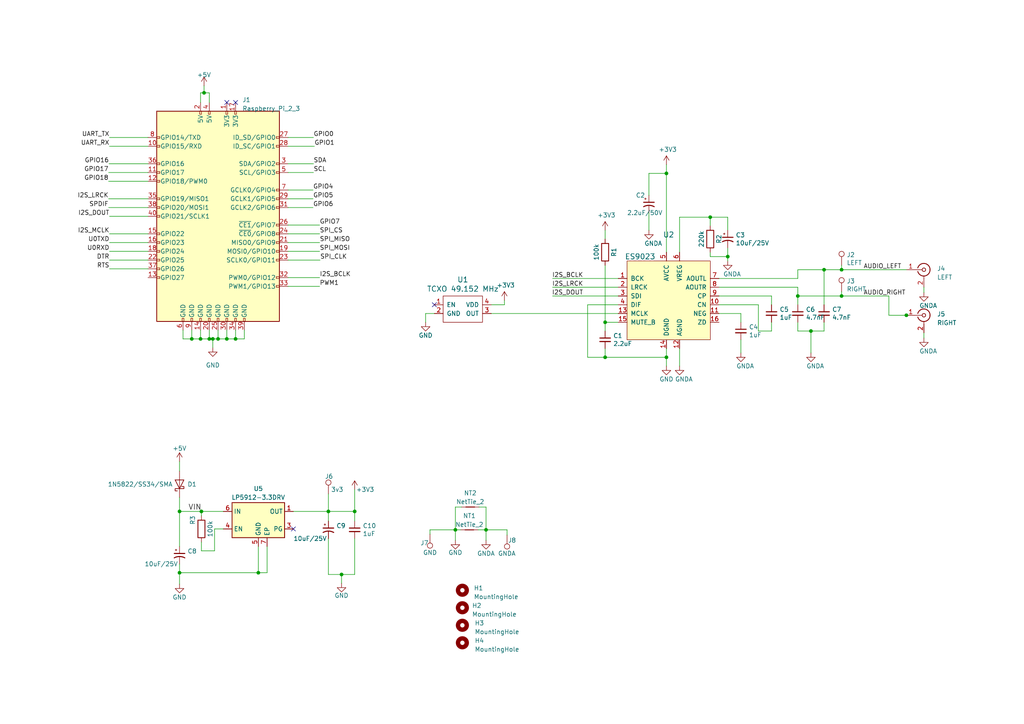
<source format=kicad_sch>
(kicad_sch (version 20230121) (generator eeschema)
  (paper "A4")
  (lib_symbols
    (symbol "Connector:Conn_Coaxial" (pin_names (offset 1.016) hide)
      (property "Reference" "J" (at 0.254 3.048 0))
      (property "Value" "Conn_Coaxial" (at 2.921 0 90))
      (symbol "Conn_Coaxial_0_1"
        (arc (start -1.778 -0.508) (mid 0.2311 -1.8066) (end 1.778 0) (stroke (width 0.254)))
        (polyline (pts (xy -2.54 0) (xy -0.508 0)))
        (polyline (pts (xy 0 -2.54) (xy 0 -1.778)))
        (circle (center 0 0) (radius 0.508) (stroke (width 0.2032)))
        (arc (start 1.778 0) (mid 0.2099 1.8101) (end -1.778 0.508) (stroke (width 0.254)))
      )
      (symbol "Conn_Coaxial_1_1"
        (pin passive line (at -5.08 0 0) (length 2.54) (name "In") (number "1"))
        (pin passive line (at 0 -5.08 90) (length 2.54) (name "Ext") (number "2"))
      )
    )
    (symbol "Connector:Raspberry_Pi_2_3" (pin_names (offset 1.016))
      (property "Reference" "J" (at -17.78 31.75 0))
      (property "Value" "Raspberry_Pi_2_3" (at 10.16 -31.75 0))
      (symbol "Raspberry_Pi_2_3_0_1"
        (rectangle (start -17.78 30.48) (end 17.78 -30.48) (stroke (width 0.254)) (fill (type background)))
      )
      (symbol "Raspberry_Pi_2_3_1_1"
        (rectangle (start -16.891 -17.526) (end -17.78 -18.034))
        (rectangle (start -16.891 -14.986) (end -17.78 -15.494))
        (rectangle (start -16.891 -12.446) (end -17.78 -12.954))
        (rectangle (start -16.891 -9.906) (end -17.78 -10.414))
        (rectangle (start -16.891 -7.366) (end -17.78 -7.874))
        (rectangle (start -16.891 -4.826) (end -17.78 -5.334))
        (rectangle (start -16.891 0.254) (end -17.78 -0.254))
        (rectangle (start -16.891 2.794) (end -17.78 2.286))
        (rectangle (start -16.891 5.334) (end -17.78 4.826))
        (rectangle (start -16.891 10.414) (end -17.78 9.906))
        (rectangle (start -16.891 12.954) (end -17.78 12.446))
        (rectangle (start -16.891 15.494) (end -17.78 14.986))
        (rectangle (start -16.891 20.574) (end -17.78 20.066))
        (rectangle (start -16.891 23.114) (end -17.78 22.606))
        (rectangle (start -10.414 -29.591) (end -9.906 -30.48))
        (rectangle (start -7.874 -29.591) (end -7.366 -30.48))
        (rectangle (start -5.334 -29.591) (end -4.826 -30.48))
        (rectangle (start -5.334 30.48) (end -4.826 29.591))
        (rectangle (start -2.794 -29.591) (end -2.286 -30.48))
        (rectangle (start -2.794 30.48) (end -2.286 29.591))
        (rectangle (start -0.254 -29.591) (end 0.254 -30.48))
        (rectangle (start 2.286 -29.591) (end 2.794 -30.48))
        (rectangle (start 2.286 30.48) (end 2.794 29.591))
        (rectangle (start 4.826 -29.591) (end 5.334 -30.48))
        (rectangle (start 4.826 30.48) (end 5.334 29.591))
        (rectangle (start 7.366 -29.591) (end 7.874 -30.48))
        (rectangle (start 17.78 -20.066) (end 16.891 -20.574))
        (rectangle (start 17.78 -17.526) (end 16.891 -18.034))
        (rectangle (start 17.78 -12.446) (end 16.891 -12.954))
        (rectangle (start 17.78 -9.906) (end 16.891 -10.414))
        (rectangle (start 17.78 -7.366) (end 16.891 -7.874))
        (rectangle (start 17.78 -4.826) (end 16.891 -5.334))
        (rectangle (start 17.78 -2.286) (end 16.891 -2.794))
        (rectangle (start 17.78 2.794) (end 16.891 2.286))
        (rectangle (start 17.78 5.334) (end 16.891 4.826))
        (rectangle (start 17.78 7.874) (end 16.891 7.366))
        (rectangle (start 17.78 12.954) (end 16.891 12.446))
        (rectangle (start 17.78 15.494) (end 16.891 14.986))
        (rectangle (start 17.78 20.574) (end 16.891 20.066))
        (rectangle (start 17.78 23.114) (end 16.891 22.606))
        (pin power_in line (at 2.54 33.02 270) (length 2.54) (name "3V3") (number "1"))
        (pin bidirectional line (at -20.32 20.32 0) (length 2.54) (name "GPIO15/RXD") (number "10"))
        (pin bidirectional line (at -20.32 12.7 0) (length 2.54) (name "GPIO17") (number "11"))
        (pin bidirectional line (at -20.32 10.16 0) (length 2.54) (name "GPIO18/PWM0") (number "12"))
        (pin bidirectional line (at -20.32 -17.78 0) (length 2.54) (name "GPIO27") (number "13"))
        (pin power_in line (at -5.08 -33.02 90) (length 2.54) (name "GND") (number "14"))
        (pin bidirectional line (at -20.32 -5.08 0) (length 2.54) (name "GPIO22") (number "15"))
        (pin bidirectional line (at -20.32 -7.62 0) (length 2.54) (name "GPIO23") (number "16"))
        (pin power_in line (at 5.08 33.02 270) (length 2.54) (name "3V3") (number "17"))
        (pin bidirectional line (at -20.32 -10.16 0) (length 2.54) (name "GPIO24") (number "18"))
        (pin bidirectional line (at 20.32 -10.16 180) (length 2.54) (name "MOSI0/GPIO10") (number "19"))
        (pin power_in line (at -5.08 33.02 270) (length 2.54) (name "5V") (number "2"))
        (pin power_in line (at -2.54 -33.02 90) (length 2.54) (name "GND") (number "20"))
        (pin bidirectional line (at 20.32 -7.62 180) (length 2.54) (name "MISO0/GPIO9") (number "21"))
        (pin bidirectional line (at -20.32 -12.7 0) (length 2.54) (name "GPIO25") (number "22"))
        (pin bidirectional line (at 20.32 -12.7 180) (length 2.54) (name "SCLK0/GPIO11") (number "23"))
        (pin bidirectional line (at 20.32 -5.08 180) (length 2.54) (name "~{CE0}/GPIO8") (number "24"))
        (pin power_in line (at 0 -33.02 90) (length 2.54) (name "GND") (number "25"))
        (pin bidirectional line (at 20.32 -2.54 180) (length 2.54) (name "~{CE1}/GPIO7") (number "26"))
        (pin bidirectional line (at 20.32 22.86 180) (length 2.54) (name "ID_SD/GPIO0") (number "27"))
        (pin bidirectional line (at 20.32 20.32 180) (length 2.54) (name "ID_SC/GPIO1") (number "28"))
        (pin bidirectional line (at 20.32 5.08 180) (length 2.54) (name "GCLK1/GPIO5") (number "29"))
        (pin bidirectional line (at 20.32 15.24 180) (length 2.54) (name "SDA/GPIO2") (number "3"))
        (pin power_in line (at 2.54 -33.02 90) (length 2.54) (name "GND") (number "30"))
        (pin bidirectional line (at 20.32 2.54 180) (length 2.54) (name "GCLK2/GPIO6") (number "31"))
        (pin bidirectional line (at 20.32 -17.78 180) (length 2.54) (name "PWM0/GPIO12") (number "32"))
        (pin bidirectional line (at 20.32 -20.32 180) (length 2.54) (name "PWM1/GPIO13") (number "33"))
        (pin power_in line (at 5.08 -33.02 90) (length 2.54) (name "GND") (number "34"))
        (pin bidirectional line (at -20.32 5.08 0) (length 2.54) (name "GPIO19/MISO1") (number "35"))
        (pin bidirectional line (at -20.32 15.24 0) (length 2.54) (name "GPIO16") (number "36"))
        (pin bidirectional line (at -20.32 -15.24 0) (length 2.54) (name "GPIO26") (number "37"))
        (pin bidirectional line (at -20.32 2.54 0) (length 2.54) (name "GPIO20/MOSI1") (number "38"))
        (pin power_in line (at 7.62 -33.02 90) (length 2.54) (name "GND") (number "39"))
        (pin power_in line (at -2.54 33.02 270) (length 2.54) (name "5V") (number "4"))
        (pin bidirectional line (at -20.32 0 0) (length 2.54) (name "GPIO21/SCLK1") (number "40"))
        (pin bidirectional line (at 20.32 12.7 180) (length 2.54) (name "SCL/GPIO3") (number "5"))
        (pin power_in line (at -10.16 -33.02 90) (length 2.54) (name "GND") (number "6"))
        (pin bidirectional line (at 20.32 7.62 180) (length 2.54) (name "GCLK0/GPIO4") (number "7"))
        (pin bidirectional line (at -20.32 22.86 0) (length 2.54) (name "GPIO14/TXD") (number "8"))
        (pin power_in line (at -7.62 -33.02 90) (length 2.54) (name "GND") (number "9"))
      )
    )
    (symbol "Device:NetTie_2" (pin_numbers hide) (pin_names (offset 0) hide) (in_bom no)
      (property "Reference" "NT" (at 0 1.27 0))
      (property "Value" "NetTie_2" (at 0 -1.27 0))
      (symbol "NetTie_2_0_1"
        (polyline (pts (xy -1.27 0) (xy 1.27 0)) (stroke (width 0.254)))
      )
      (symbol "NetTie_2_1_1"
        (pin passive line (at -2.54 0 0) (length 2.54) (name "1") (number "1"))
        (pin passive line (at 2.54 0 180) (length 2.54) (name "2") (number "2"))
      )
    )
    (symbol "Mechanical:MountingHole" (pin_names (offset 1.016))
      (property "Reference" "H" (at 0 5.08 0))
      (property "Value" "MountingHole" (at 0 3.175 0))
      (symbol "MountingHole_0_1"
        (circle (center 0 0) (radius 1.27) (stroke (width 1.27)))
      )
    )
    (symbol "Regulator_Linear:LP5912-3.3DRV"
      (property "Reference" "U" (at -3.81 6.35 0))
      (property "Value" "LP5912-3.3DRV" (at 6.35 6.35 0))
      (symbol "LP5912-3.3DRV_0_1"
        (rectangle (start -7.62 -5.08) (end 7.62 5.08) (stroke (width 0.254)) (fill (type background)))
        (pin power_out line (at 10.16 2.54 180) (length 2.54) (name "OUT") (number "1"))
        (pin no_connect line (at 7.62 0 180) (length 2.54) hide (name "NC") (number "2"))
        (pin input line (at -10.16 -2.54 0) (length 2.54) (name "EN") (number "4"))
        (pin power_in line (at 0 -7.62 90) (length 2.54) (name "GND") (number "5"))
        (pin power_in line (at -10.16 2.54 0) (length 2.54) (name "IN") (number "6"))
      )
      (symbol "LP5912-3.3DRV_1_1"
        (pin open_collector line (at 10.16 -2.54 180) (length 2.54) (name "PG") (number "3"))
        (pin passive line (at 2.54 -7.62 90) (length 2.54) (name "EP") (number "7"))
      )
    )
    (symbol "mylittleradio-rescue:+3.3V-power" (power) (pin_names (offset 0))
      (property "Value" "+3.3V-power" (at 0 3.556 0))
      (symbol "+3.3V-power_0_1"
        (polyline (pts (xy -0.762 1.27) (xy 0 2.54)))
        (polyline (pts (xy 0 0) (xy 0 2.54)))
        (polyline (pts (xy 0 2.54) (xy 0.762 1.27)))
      )
      (symbol "+3.3V-power_1_1"
        (pin power_in line (at 0 0 90) (length 0) hide (name "+3V3") (number "1"))
      )
    )
    (symbol "mylittleradio-rescue:CP1_Small-device" (pin_numbers hide) (pin_names (offset 0.254) hide)
      (property "Reference" "C" (at 0.254 1.778 0))
      (property "Value" "device:CP1_Small" (at 0.254 -2.032 0))
      (symbol "CP1_Small-device_0_1"
        (polyline (pts (xy -1.524 0.508) (xy 1.524 0.508)) (stroke (width 0.3048)))
        (polyline (pts (xy -1.27 1.524) (xy -0.762 1.524)))
        (polyline (pts (xy -1.016 1.27) (xy -1.016 1.778)))
        (arc (start 1.524 -0.762) (mid 0 -0.3734) (end -1.524 -0.762) (stroke (width 0.3048)))
      )
      (symbol "CP1_Small-device_1_1"
        (pin passive line (at 0 2.54 270) (length 2.032) (name "~") (number "1"))
        (pin passive line (at 0 -2.54 90) (length 2.032) (name "~") (number "2"))
      )
    )
    (symbol "mylittleradio-rescue:C_Small-device" (pin_numbers hide) (pin_names (offset 0.254) hide)
      (property "Reference" "C" (at 0.254 1.778 0))
      (property "Value" "device:C_Small" (at 0.254 -2.032 0))
      (symbol "C_Small-device_0_1"
        (polyline (pts (xy -1.524 -0.508) (xy 1.524 -0.508)) (stroke (width 0.3302)))
        (polyline (pts (xy -1.524 0.508) (xy 1.524 0.508)) (stroke (width 0.3048)))
      )
      (symbol "C_Small-device_1_1"
        (pin passive line (at 0 2.54 270) (length 2.032) (name "~") (number "1"))
        (pin passive line (at 0 -2.54 90) (length 2.032) (name "~") (number "2"))
      )
    )
    (symbol "mylittleradio-rescue:D_Schottky-device" (pin_numbers hide) (pin_names (offset 1.016) hide)
      (property "Reference" "D" (at 0 2.54 0))
      (property "Value" "device:D_Schottky" (at 0 -2.54 0))
      (symbol "D_Schottky-device_0_1"
        (polyline (pts (xy 1.27 0) (xy -1.27 0)))
        (polyline (pts (xy 1.27 1.27) (xy 1.27 -1.27) (xy -1.27 0) (xy 1.27 1.27)) (stroke (width 0.2032)))
        (polyline (pts (xy -1.905 0.635) (xy -1.905 1.27) (xy -1.27 1.27) (xy -1.27 -1.27) (xy -0.635 -1.27) (xy -0.635 -0.635)) (stroke (width 0.2032)))
      )
      (symbol "D_Schottky-device_1_1"
        (pin passive line (at -3.81 0 0) (length 2.54) (name "K") (number "1"))
        (pin passive line (at 3.81 0 180) (length 2.54) (name "A") (number "2"))
      )
    )
    (symbol "mylittleradio-rescue:ES9023-es9023" (pin_names (offset 1.016))
      (property "Reference" "U" (at -10.16 -11.43 0))
      (property "Value" "es9023:ES9023" (at -7.62 11.43 0))
      (symbol "ES9023-es9023_0_1"
        (rectangle (start 11.43 -10.16) (end -12.7 12.7) (fill (type background)))
      )
      (symbol "ES9023-es9023_1_1"
        (pin input line (at -15.24 7.62 0) (length 2.54) (name "BCK") (number "1"))
        (pin input line (at 13.97 0 180) (length 2.54) (name "CN") (number "10"))
        (pin power_out line (at 13.97 -2.54 180) (length 2.54) (name "NEG") (number "11"))
        (pin power_in line (at 2.54 -12.7 90) (length 2.54) (name "AGND") (number "12"))
        (pin input line (at -15.24 -2.54 0) (length 2.54) (name "MCLK") (number "13"))
        (pin power_in line (at -1.27 -12.7 90) (length 2.54) (name "DGND") (number "14"))
        (pin input line (at -15.24 -5.08 0) (length 2.54) (name "MUTE_B") (number "15"))
        (pin output line (at 13.97 -5.08 180) (length 2.54) (name "ZD") (number "16"))
        (pin input line (at -15.24 5.08 0) (length 2.54) (name "LRCK") (number "2"))
        (pin input line (at -15.24 2.54 0) (length 2.54) (name "SDI") (number "3"))
        (pin input line (at -15.24 0 0) (length 2.54) (name "DIF") (number "4"))
        (pin power_in line (at -1.27 15.24 270) (length 2.54) (name "AVCC") (number "5"))
        (pin power_in line (at 2.54 15.24 270) (length 2.54) (name "VREG") (number "6"))
        (pin output line (at 13.97 7.62 180) (length 2.54) (name "AOUTL") (number "7"))
        (pin output line (at 13.97 5.08 180) (length 2.54) (name "AOUTR") (number "8"))
        (pin input line (at 13.97 2.54 180) (length 2.54) (name "CP") (number "9"))
      )
    )
    (symbol "mylittleradio-rescue:R-device" (pin_numbers hide) (pin_names (offset 0))
      (property "Reference" "R" (at 2.032 0 90))
      (property "Value" "device:R" (at 0 0 90))
      (symbol "R-device_0_1"
        (rectangle (start -1.016 -2.54) (end 1.016 2.54) (stroke (width 0.254)))
      )
      (symbol "R-device_1_1"
        (pin passive line (at 0 3.81 270) (length 1.27) (name "~") (number "1"))
        (pin passive line (at 0 -3.81 90) (length 1.27) (name "~") (number "2"))
      )
    )
    (symbol "mylittleradio-rescue:TCO-TCO" (pin_names (offset 1.016))
      (property "Reference" "U" (at -5.08 5.08 0))
      (property "Value" "TCO:TCO" (at -2.54 -5.08 0))
      (symbol "TCO-TCO_0_1"
        (rectangle (start -6.35 3.81) (end 5.08 -3.81))
      )
      (symbol "TCO-TCO_1_1"
        (pin output line (at -8.89 1.27 0) (length 2.54) (name "EN") (number "1"))
        (pin output line (at -8.89 -1.27 0) (length 2.54) (name "GND") (number "2"))
        (pin output line (at 7.62 -1.27 180) (length 2.54) (name "OUT") (number "3"))
        (pin output line (at 7.62 1.27 180) (length 2.54) (name "VDD") (number "4"))
      )
    )
    (symbol "mylittleradio-rescue:TEST_1P-RESCUE-mylittleradio-mylittleradio-rescue" (pin_numbers hide) (pin_names (offset 0.762) hide)
      (property "Reference" "J" (at 0 6.858 0))
      (property "Value" "mylittleradio-rescue:TEST_1P-RESCUE-mylittleradio" (at 0 5.08 0))
      (symbol "TEST_1P-RESCUE-mylittleradio-mylittleradio-rescue_0_1"
        (circle (center 0 3.302) (radius 0.762))
      )
      (symbol "TEST_1P-RESCUE-mylittleradio-mylittleradio-rescue_1_1"
        (pin passive line (at 0 0 90) (length 2.54) (name "1") (number "1"))
      )
    )
    (symbol "power:+3V3" (power) (pin_names (offset 0))
      (property "Value" "+3V3" (at 0 3.556 0))
      (symbol "+3V3_0_1"
        (polyline (pts (xy -0.762 1.27) (xy 0 2.54)))
        (polyline (pts (xy 0 0) (xy 0 2.54)))
        (polyline (pts (xy 0 2.54) (xy 0.762 1.27)))
      )
      (symbol "+3V3_1_1"
        (pin power_in line (at 0 0 90) (length 0) hide (name "+3V3") (number "1"))
      )
    )
    (symbol "power:+5V" (power) (pin_names (offset 0))
      (property "Value" "+5V" (at 0 3.556 0))
      (symbol "+5V_0_1"
        (polyline (pts (xy -0.762 1.27) (xy 0 2.54)))
        (polyline (pts (xy 0 0) (xy 0 2.54)))
        (polyline (pts (xy 0 2.54) (xy 0.762 1.27)))
      )
      (symbol "+5V_1_1"
        (pin power_in line (at 0 0 90) (length 0) hide (name "+5V") (number "1"))
      )
    )
    (symbol "power:GND" (power) (pin_names (offset 0))
      (property "Value" "GND" (at 0 -3.81 0))
      (symbol "GND_0_1"
        (polyline (pts (xy 0 0) (xy 0 -1.27) (xy 1.27 -1.27) (xy 0 -2.54) (xy -1.27 -1.27) (xy 0 -1.27)))
      )
      (symbol "GND_1_1"
        (pin power_in line (at 0 0 270) (length 0) hide (name "GND") (number "1"))
      )
    )
    (symbol "power:GNDA" (power) (pin_names (offset 0))
      (property "Value" "GNDA" (at 0 -3.81 0))
      (symbol "GNDA_0_1"
        (polyline (pts (xy 0 0) (xy 0 -1.27) (xy 1.27 -1.27) (xy 0 -2.54) (xy -1.27 -1.27) (xy 0 -1.27)))
      )
      (symbol "GNDA_1_1"
        (pin power_in line (at 0 0 270) (length 0) hide (name "GNDA") (number "1"))
      )
    )
  )
  (junction (at 59.182 26.924))
  (junction (at 244.094 85.852))
  (junction (at 193.294 103.632))
  (junction (at 52.07 166.116))
  (junction (at 211.074 74.422))
  (junction (at 99.06 166.624))
  (junction (at 175.514 103.632))
  (junction (at 140.97 153.67))
  (junction (at 65.786 98.298))
  (junction (at 95.25 148.336))
  (junction (at 235.204 96.012))
  (junction (at 239.014 78.232))
  (junction (at 61.722 98.298))
  (junction (at 58.42 148.336))
  (junction (at 68.326 98.298))
  (junction (at 55.626 98.298))
  (junction (at 132.08 153.67))
  (junction (at 63.246 98.298))
  (junction (at 52.07 148.336))
  (junction (at 244.094 78.232))
  (junction (at 205.994 62.992))
  (junction (at 74.93 166.116))
  (junction (at 58.166 98.298))
  (junction (at 60.706 98.298))
  (junction (at 175.514 93.472))
  (junction (at 193.294 50.292))
  (junction (at 102.87 148.336))
  (junction (at 262.89 91.44))
  (junction (at 231.394 85.852))
  (no_connect (at 68.326 29.718))
  (no_connect (at 65.786 29.718))
  (no_connect (at 125.984 88.392))
  (no_connect (at 85.09 153.416))
  (wire (pts (xy 83.566 80.518) (xy 92.71 80.518)))
  (wire (pts (xy 99.06 166.624) (xy 102.87 166.624)))
  (wire (pts (xy 147.066 153.67) (xy 140.97 153.67)))
  (wire (pts (xy 244.094 84.582) (xy 244.094 85.852)))
  (wire (pts (xy 83.566 50.038) (xy 90.932 50.038)))
  (wire (pts (xy 132.08 153.67) (xy 132.08 156.718)))
  (wire (pts (xy 83.566 55.118) (xy 90.805 55.118)))
  (wire (pts (xy 146.304 88.392) (xy 146.304 87.122)))
  (wire (pts (xy 133.858 147.066) (xy 132.08 147.066)))
  (wire (pts (xy 55.626 95.758) (xy 55.626 98.298)))
  (wire (pts (xy 188.214 50.292) (xy 193.294 50.292)))
  (wire (pts (xy 83.566 57.658) (xy 90.805 57.658)))
  (wire (pts (xy 219.964 88.392) (xy 219.964 96.012)))
  (wire (pts (xy 83.566 60.198) (xy 90.805 60.198)))
  (wire (pts (xy 239.014 78.232) (xy 244.094 78.232)))
  (wire (pts (xy 99.06 169.164) (xy 99.06 166.624)))
  (wire (pts (xy 59.182 26.924) (xy 60.706 26.924)))
  (wire (pts (xy 31.496 50.038) (xy 42.926 50.038)))
  (wire (pts (xy 231.394 96.012) (xy 235.204 96.012)))
  (wire (pts (xy 31.75 67.818) (xy 42.926 67.818)))
  (wire (pts (xy 211.074 74.422) (xy 211.074 75.692)))
  (wire (pts (xy 140.97 153.67) (xy 140.97 156.718)))
  (wire (pts (xy 262.89 91.44) (xy 257.81 91.44)))
  (wire (pts (xy 58.166 98.298) (xy 60.706 98.298)))
  (wire (pts (xy 58.166 26.924) (xy 58.166 29.718)))
  (wire (pts (xy 197.104 101.092) (xy 197.104 106.172)))
  (wire (pts (xy 31.75 77.978) (xy 42.926 77.978)))
  (wire (pts (xy 208.534 83.312) (xy 231.394 83.312)))
  (wire (pts (xy 231.394 83.312) (xy 231.394 85.852)))
  (wire (pts (xy 68.326 95.758) (xy 68.326 98.298)))
  (wire (pts (xy 244.094 76.962) (xy 244.094 78.232)))
  (wire (pts (xy 31.75 42.418) (xy 42.926 42.418)))
  (wire (pts (xy 214.884 90.932) (xy 214.884 93.472)))
  (wire (pts (xy 31.496 52.578) (xy 42.926 52.578)))
  (wire (pts (xy 58.166 95.758) (xy 58.166 98.298)))
  (wire (pts (xy 83.566 47.498) (xy 90.932 47.498)))
  (wire (pts (xy 142.494 88.392) (xy 146.304 88.392)))
  (wire (pts (xy 83.566 70.358) (xy 92.71 70.358)))
  (wire (pts (xy 83.566 65.278) (xy 92.71 65.278)))
  (wire (pts (xy 52.07 148.336) (xy 52.07 158.496)))
  (wire (pts (xy 239.014 96.012) (xy 239.014 93.472)))
  (wire (pts (xy 52.07 163.576) (xy 52.07 166.116)))
  (wire (pts (xy 188.214 61.722) (xy 188.214 66.802)))
  (wire (pts (xy 193.294 47.752) (xy 193.294 50.292)))
  (wire (pts (xy 95.25 143.256) (xy 95.25 148.336)))
  (wire (pts (xy 214.884 98.552) (xy 214.884 102.362)))
  (wire (pts (xy 208.534 90.932) (xy 214.884 90.932)))
  (wire (pts (xy 160.274 83.312) (xy 179.324 83.312)))
  (wire (pts (xy 95.25 156.21) (xy 95.25 166.624)))
  (wire (pts (xy 219.964 96.012) (xy 223.774 96.012)))
  (wire (pts (xy 83.566 39.878) (xy 90.932 39.878)))
  (wire (pts (xy 63.246 98.298) (xy 65.786 98.298)))
  (wire (pts (xy 102.87 148.336) (xy 102.87 151.13)))
  (wire (pts (xy 60.706 95.758) (xy 60.706 98.298)))
  (wire (pts (xy 193.294 50.292) (xy 193.294 73.152)))
  (wire (pts (xy 31.75 62.738) (xy 42.926 62.738)))
  (wire (pts (xy 83.566 83.058) (xy 92.71 83.058)))
  (wire (pts (xy 235.204 102.362) (xy 235.204 96.012)))
  (wire (pts (xy 52.07 133.858) (xy 52.07 136.652)))
  (wire (pts (xy 58.42 157.226) (xy 58.42 159.766)))
  (wire (pts (xy 175.514 76.962) (xy 175.514 93.472)))
  (wire (pts (xy 235.204 96.012) (xy 239.014 96.012)))
  (wire (pts (xy 31.623 47.498) (xy 42.926 47.498)))
  (wire (pts (xy 63.246 95.758) (xy 63.246 98.298)))
  (wire (pts (xy 197.104 62.992) (xy 197.104 73.152)))
  (wire (pts (xy 58.166 26.924) (xy 59.182 26.924)))
  (wire (pts (xy 175.514 66.802) (xy 175.514 69.342)))
  (wire (pts (xy 62.23 153.416) (xy 64.77 153.416)))
  (wire (pts (xy 31.75 39.878) (xy 42.926 39.878)))
  (wire (pts (xy 208.534 85.852) (xy 223.774 85.852)))
  (wire (pts (xy 123.444 90.932) (xy 123.444 93.472)))
  (wire (pts (xy 244.094 78.232) (xy 262.89 78.232)))
  (wire (pts (xy 179.324 93.472) (xy 175.514 93.472)))
  (wire (pts (xy 70.866 95.758) (xy 70.866 98.298)))
  (wire (pts (xy 193.294 103.632) (xy 193.294 106.172)))
  (wire (pts (xy 31.75 70.358) (xy 42.926 70.358)))
  (wire (pts (xy 85.09 148.336) (xy 95.25 148.336)))
  (wire (pts (xy 175.514 93.472) (xy 175.514 96.012)))
  (wire (pts (xy 102.87 141.986) (xy 102.87 148.336)))
  (wire (pts (xy 211.074 62.992) (xy 211.074 66.802)))
  (wire (pts (xy 124.714 153.67) (xy 132.08 153.67)))
  (wire (pts (xy 74.93 158.496) (xy 74.93 166.116)))
  (wire (pts (xy 58.42 149.606) (xy 58.42 148.336)))
  (wire (pts (xy 61.722 98.298) (xy 63.246 98.298)))
  (wire (pts (xy 175.514 103.632) (xy 193.294 103.632)))
  (wire (pts (xy 31.75 72.898) (xy 42.926 72.898)))
  (wire (pts (xy 95.25 148.336) (xy 95.25 151.13)))
  (wire (pts (xy 133.604 153.67) (xy 132.08 153.67)))
  (wire (pts (xy 59.182 24.892) (xy 59.182 26.924)))
  (wire (pts (xy 53.086 98.298) (xy 55.626 98.298)))
  (wire (pts (xy 58.42 159.766) (xy 62.23 159.766)))
  (wire (pts (xy 125.984 90.932) (xy 123.444 90.932)))
  (wire (pts (xy 58.42 148.336) (xy 64.77 148.336)))
  (wire (pts (xy 95.25 166.624) (xy 99.06 166.624)))
  (wire (pts (xy 60.706 98.298) (xy 61.722 98.298)))
  (wire (pts (xy 140.97 147.066) (xy 140.97 153.67)))
  (wire (pts (xy 208.534 88.392) (xy 219.964 88.392)))
  (wire (pts (xy 205.994 73.152) (xy 205.994 74.422)))
  (wire (pts (xy 223.774 85.852) (xy 223.774 88.392)))
  (wire (pts (xy 147.066 155.194) (xy 147.066 153.67)))
  (wire (pts (xy 208.534 80.772) (xy 231.394 80.772)))
  (wire (pts (xy 231.394 93.472) (xy 231.394 96.012)))
  (wire (pts (xy 132.08 147.066) (xy 132.08 153.67)))
  (wire (pts (xy 179.324 88.392) (xy 170.434 88.392)))
  (wire (pts (xy 170.434 88.392) (xy 170.434 103.632)))
  (wire (pts (xy 193.294 101.092) (xy 193.294 103.632)))
  (wire (pts (xy 77.47 166.116) (xy 74.93 166.116)))
  (wire (pts (xy 239.014 78.232) (xy 239.014 88.392)))
  (wire (pts (xy 170.434 103.632) (xy 175.514 103.632)))
  (wire (pts (xy 205.994 74.422) (xy 211.074 74.422)))
  (wire (pts (xy 197.104 62.992) (xy 205.994 62.992)))
  (wire (pts (xy 160.274 85.852) (xy 179.324 85.852)))
  (wire (pts (xy 267.97 96.52) (xy 267.97 98.044)))
  (wire (pts (xy 83.566 42.418) (xy 91.186 42.418)))
  (wire (pts (xy 231.394 80.772) (xy 231.394 78.232)))
  (wire (pts (xy 231.394 85.852) (xy 231.394 88.392)))
  (wire (pts (xy 31.75 75.438) (xy 42.926 75.438)))
  (wire (pts (xy 61.722 98.298) (xy 61.722 100.838)))
  (wire (pts (xy 223.774 96.012) (xy 223.774 93.472)))
  (wire (pts (xy 138.938 147.066) (xy 140.97 147.066)))
  (wire (pts (xy 179.324 90.932) (xy 142.494 90.932)))
  (wire (pts (xy 55.626 98.298) (xy 58.166 98.298)))
  (wire (pts (xy 62.23 159.766) (xy 62.23 153.416)))
  (wire (pts (xy 83.566 75.438) (xy 92.837 75.438)))
  (wire (pts (xy 231.394 85.852) (xy 244.094 85.852)))
  (wire (pts (xy 60.706 26.924) (xy 60.706 29.718)))
  (wire (pts (xy 188.214 50.292) (xy 188.214 56.642)))
  (wire (pts (xy 31.496 60.198) (xy 42.926 60.198)))
  (wire (pts (xy 231.394 78.232) (xy 239.014 78.232)))
  (wire (pts (xy 264.16 91.44) (xy 262.89 91.44)))
  (wire (pts (xy 83.566 67.818) (xy 92.71 67.818)))
  (wire (pts (xy 31.496 57.658) (xy 42.926 57.658)))
  (wire (pts (xy 211.074 71.882) (xy 211.074 74.422)))
  (wire (pts (xy 267.97 83.312) (xy 267.97 84.836)))
  (wire (pts (xy 53.086 95.758) (xy 53.086 98.298)))
  (wire (pts (xy 257.81 91.44) (xy 257.81 85.852)))
  (wire (pts (xy 205.994 62.992) (xy 211.074 62.992)))
  (wire (pts (xy 160.274 80.772) (xy 179.324 80.772)))
  (wire (pts (xy 124.714 153.67) (xy 124.714 154.94)))
  (wire (pts (xy 138.684 153.67) (xy 140.97 153.67)))
  (wire (pts (xy 175.514 101.092) (xy 175.514 103.632)))
  (wire (pts (xy 65.786 98.298) (xy 68.326 98.298)))
  (wire (pts (xy 52.07 166.116) (xy 52.07 169.418)))
  (wire (pts (xy 83.566 72.898) (xy 92.71 72.898)))
  (wire (pts (xy 68.326 98.298) (xy 70.866 98.298)))
  (wire (pts (xy 205.994 62.992) (xy 205.994 65.532)))
  (wire (pts (xy 52.07 166.116) (xy 74.93 166.116)))
  (wire (pts (xy 244.094 85.852) (xy 257.81 85.852)))
  (wire (pts (xy 95.25 148.336) (xy 102.87 148.336)))
  (wire (pts (xy 77.47 158.496) (xy 77.47 166.116)))
  (wire (pts (xy 102.87 166.624) (xy 102.87 156.21)))
  (wire (pts (xy 52.07 144.272) (xy 52.07 148.336)))
  (wire (pts (xy 65.786 95.758) (xy 65.786 98.298)))
  (wire (pts (xy 52.07 148.336) (xy 58.42 148.336)))
  (label "PWM1" (at 92.71 83.058 0))
  (label "AUDIO_LEFT" (at 250.444 78.232 0))
  (label "SPI_MOSI" (at 92.71 72.898 0))
  (label "GPIO1" (at 91.186 42.418 0))
  (label "I2S_LRCK" (at 31.496 57.658 180))
  (label "DTR" (at 31.75 75.438 180))
  (label "SPI_CLK" (at 92.837 75.438 0))
  (label "UART_TX" (at 31.75 39.878 180))
  (label "GPIO6" (at 90.805 60.198 0))
  (label "I2S_DOUT" (at 31.75 62.738 180))
  (label "I2S_MCLK" (at 31.75 67.818 180))
  (label "I2S_BCLK" (at 92.71 80.518 0))
  (label "SCL" (at 90.932 50.038 0))
  (label "GPIO4" (at 90.805 55.118 0))
  (label "GPIO17" (at 31.496 50.038 180))
  (label "I2S_BCLK" (at 169.164 80.772 180))
  (label "U0TXD" (at 31.75 70.358 180))
  (label "GPIO5" (at 90.805 57.658 0))
  (label "I2S_DOUT" (at 169.164 85.852 180))
  (label "GPIO0" (at 90.932 39.878 0))
  (label "SPI_CS" (at 92.71 67.818 0))
  (label "GPIO16" (at 31.623 47.498 180))
  (label "I2S_LRCK" (at 169.164 83.312 180))
  (label "AUDIO_RIGHT" (at 250.444 85.852 0))
  (label "SPDIF" (at 31.496 60.198 180))
  (label "GPIO18" (at 31.496 52.578 180))
  (label "UART_RX" (at 31.75 42.418 180))
  (label "RTS" (at 31.75 77.978 180))
  (label "SPI_MISO" (at 92.71 70.358 0))
  (label "SDA" (at 90.932 47.498 0))
  (label "U0RXD" (at 31.75 72.898 180))
  (label "GPIO7" (at 92.71 65.278 0))
  (label "VIN" (at 54.61 148.336 0) (effects (font (size 1.524 1.524))))
  (symbol (lib_id "Mechanical:MountingHole") (at 134.112 171.196 0) (unit 1)
    (property "Reference" "H1" (at 137.414 170.561 0) (effects (justify left)))
    (property "Value" "MountingHole" (at 137.414 173.101 0) (effects (justify left)))
    (property "Footprint" "MountingHole:MountingHole_2.7mm_M2.5" (effects hide))
  )
  (symbol (lib_id "mylittleradio-rescue:TCO-TCO") (at 134.874 89.662 0) (unit 1)
    (property "Reference" "U1" (at 134.239 81.1022 0) (effects (font (size 1.524 1.524))))
    (property "Value" "TCXO 49.152 MHz" (at 134.239 83.7946 0) (effects (font (size 1.524 1.524))))
    (property "Footprint" "Oscillator:Oscillator_SMD_Fordahl_DFAS11-4Pin_7.0x5.0mm_HandSoldering" (effects hide))
    (property "Datasheet" "http://www.farnell.com/datasheets/1363942.pdf?_ga=2.58380643.871559442.1498425354-122036347.1495049158" (effects hide))
    (property "Code" "FARNELL : 1842142" (effects hide))
  )
  (symbol (lib_id "mylittleradio-rescue:C_Small-device") (at 239.014 90.932 0) (unit 1)
    (property "Reference" "C7" (at 241.3508 89.7636 0) (effects (justify left)))
    (property "Value" "4.7nF" (at 241.3508 92.075 0) (effects (justify left)))
    (property "Footprint" "Capacitor_SMD:C_0805_2012Metric" (effects hide))
  )
  (symbol (lib_id "power:GND") (at 99.06 169.164 0) (unit 1)
    (property "Reference" "#PWR014" (effects hide))
    (property "Value" "GND" (at 99.06 172.72 0))
  )
  (symbol (lib_id "power:+5V") (at 52.07 133.858 0) (unit 1)
    (property "Reference" "#PWR016" (effects hide))
    (property "Value" "+5V" (at 52.07 130.048 0))
  )
  (symbol (lib_id "power:GNDA") (at 188.214 66.802 0) (unit 1)
    (property "Reference" "#PWR04" (effects hide))
    (property "Value" "GNDA" (at 189.484 70.612 0))
  )
  (symbol (lib_id "power:GND") (at 193.294 106.172 0) (unit 1)
    (property "Reference" "#PWR06" (effects hide))
    (property "Value" "GND" (at 193.294 109.982 0))
  )
  (symbol (lib_id "power:+3V3") (at 146.304 87.122 0) (unit 1)
    (property "Reference" "#PWR02" (effects hide))
    (property "Value" "+3V3" (at 146.685 82.7278 0))
  )
  (symbol (lib_id "mylittleradio-rescue:R-device") (at 175.514 73.152 180) (unit 1)
    (property "Reference" "R1" (at 178.054 73.152 90))
    (property "Value" "100k" (at 172.974 73.152 90))
    (property "Footprint" "Resistor_SMD:R_0805_2012Metric" (effects hide))
  )
  (symbol (lib_id "mylittleradio-rescue:TEST_1P-RESCUE-mylittleradio-mylittleradio-rescue") (at 244.094 76.962 0) (unit 1)
    (property "Reference" "J2" (at 245.5672 73.914 0) (effects (justify left)))
    (property "Value" "LEFT" (at 245.5672 76.2254 0) (effects (justify left)))
    (property "Footprint" "Connector_PinHeader_2.54mm:PinHeader_1x01_P2.54mm_Vertical" (effects hide))
  )
  (symbol (lib_id "mylittleradio-rescue:TEST_1P-RESCUE-mylittleradio-mylittleradio-rescue") (at 244.094 84.582 0) (unit 1)
    (property "Reference" "J3" (at 245.5672 81.534 0) (effects (justify left)))
    (property "Value" "RIGHT" (at 245.5672 83.8454 0) (effects (justify left)))
    (property "Footprint" "Connector_PinHeader_2.54mm:PinHeader_1x01_P2.54mm_Vertical" (effects hide))
  )
  (symbol (lib_id "power:GNDA") (at 140.97 156.718 0) (unit 1)
    (property "Reference" "#PWR018" (effects hide))
    (property "Value" "GNDA" (at 140.97 160.528 0))
  )
  (symbol (lib_id "mylittleradio-rescue:C_Small-device") (at 214.884 96.012 0) (unit 1)
    (property "Reference" "C4" (at 217.2208 94.8436 0) (effects (justify left)))
    (property "Value" "1uF" (at 217.2208 97.155 0) (effects (justify left)))
    (property "Footprint" "Capacitor_SMD:C_0805_2012Metric" (effects hide))
    (property "Code" "RS : 723-5064" (effects hide))
  )
  (symbol (lib_id "mylittleradio-rescue:TEST_1P-RESCUE-mylittleradio-mylittleradio-rescue") (at 147.066 155.194 180) (unit 1)
    (property "Reference" "J8" (at 147.32 156.718 0) (effects (justify right)))
    (property "Value" "GNDA" (at 149.606 160.528 0) (effects (justify left)))
    (property "Footprint" "Connector_PinHeader_2.54mm:PinHeader_1x01_P2.54mm_Vertical" (effects hide))
  )
  (symbol (lib_id "Connector:Conn_Coaxial") (at 267.97 78.232 0) (unit 1)
    (property "Reference" "J4" (at 271.78 77.8902 0) (effects (justify left)))
    (property "Value" "LEFT" (at 271.78 80.4302 0) (effects (justify left)))
    (property "Datasheet" " ~" (effects hide))
  )
  (symbol (lib_id "power:GND") (at 132.08 156.718 0) (unit 1)
    (property "Reference" "#PWR017" (effects hide))
    (property "Value" "GND" (at 132.08 160.274 0))
  )
  (symbol (lib_id "power:+5V") (at 59.182 24.892 0) (unit 1)
    (property "Reference" "#PWR019" (effects hide))
    (property "Value" "+5V" (at 59.182 21.717 0))
  )
  (symbol (lib_id "mylittleradio-rescue:TEST_1P-RESCUE-mylittleradio-mylittleradio-rescue") (at 95.25 143.256 0) (unit 1)
    (property "Reference" "J6" (at 94.234 138.176 0) (effects (justify left)))
    (property "Value" "3v3" (at 96.012 141.986 0) (effects (justify left)))
    (property "Footprint" "Connector_PinHeader_2.54mm:PinHeader_1x01_P2.54mm_Vertical" (effects hide))
  )
  (symbol (lib_id "mylittleradio-rescue:CP1_Small-device") (at 52.07 161.036 0) (unit 1)
    (property "Reference" "C8" (at 54.3814 159.8676 0) (effects (justify left)))
    (property "Value" "10uF/25V" (at 41.91 163.576 0) (effects (justify left)))
    (property "Footprint" "Capacitor_SMD:CP_Elec_4x5.8" (effects hide))
    (property "Code" "537-0483" (effects hide))
  )
  (symbol (lib_id "mylittleradio-rescue:R-device") (at 205.994 69.342 180) (unit 1)
    (property "Reference" "R2" (at 208.534 69.342 90))
    (property "Value" "220k" (at 203.454 69.342 90))
    (property "Footprint" "Resistor_SMD:R_0805_2012Metric" (effects hide))
  )
  (symbol (lib_id "Mechanical:MountingHole") (at 134.112 186.436 0) (unit 1)
    (property "Reference" "H4" (at 137.668 185.801 0) (effects (justify left)))
    (property "Value" "MountingHole" (at 137.668 188.341 0) (effects (justify left)))
    (property "Footprint" "MountingHole:MountingHole_2.7mm_M2.5" (effects hide))
  )
  (symbol (lib_id "power:GND") (at 123.444 93.472 0) (unit 1)
    (property "Reference" "#PWR01" (effects hide))
    (property "Value" "GND" (at 123.444 97.282 0))
  )
  (symbol (lib_id "power:GNDA") (at 211.074 75.692 0) (unit 1)
    (property "Reference" "#PWR08" (effects hide))
    (property "Value" "GNDA" (at 212.344 79.502 0))
  )
  (symbol (lib_id "power:GNDA") (at 214.884 102.362 0) (unit 1)
    (property "Reference" "#PWR09" (effects hide))
    (property "Value" "GNDA" (at 216.154 106.172 0))
  )
  (symbol (lib_id "mylittleradio-rescue:C_Small-device") (at 102.87 153.67 0) (unit 1)
    (property "Reference" "C10" (at 105.2068 152.5016 0) (effects (justify left)))
    (property "Value" "1uF" (at 105.2068 154.813 0) (effects (justify left)))
    (property "Footprint" "Capacitor_SMD:C_0805_2012Metric" (effects hide))
  )
  (symbol (lib_id "power:GND") (at 61.722 100.838 0) (mirror y) (unit 1)
    (property "Reference" "#PWR020" (effects hide))
    (property "Value" "GND" (at 61.722 105.918 0))
  )
  (symbol (lib_id "power:GNDA") (at 267.97 98.044 0) (unit 1)
    (property "Reference" "#PWR011" (effects hide))
    (property "Value" "GNDA" (at 269.24 101.854 0))
  )
  (symbol (lib_id "Mechanical:MountingHole") (at 134.112 181.356 0) (unit 1)
    (property "Reference" "H3" (at 137.668 180.721 0) (effects (justify left)))
    (property "Value" "MountingHole" (at 137.668 183.261 0) (effects (justify left)))
    (property "Footprint" "MountingHole:MountingHole_2.7mm_M2.5" (effects hide))
  )
  (symbol (lib_id "mylittleradio-rescue:CP1_Small-device") (at 211.074 69.342 0) (unit 1)
    (property "Reference" "C3" (at 213.3854 68.1736 0) (effects (justify left)))
    (property "Value" "10uF/25V" (at 213.3854 70.485 0) (effects (justify left)))
    (property "Footprint" "Capacitor_SMD:CP_Elec_4x5.8" (effects hide))
    (property "Code" "RS : 537-0483" (effects hide))
  )
  (symbol (lib_id "mylittleradio-rescue:D_Schottky-device") (at 52.07 140.462 90) (unit 1)
    (property "Reference" "D1" (at 54.356 140.462 90) (effects (justify right)))
    (property "Value" "1N5822/SS34/SMA" (at 31.242 140.462 90) (effects (justify right)))
    (property "Footprint" "Diode_SMD:D_SMA-SMB_Universal_Handsoldering" (effects hide))
    (property "Code" "RS : 917-9196" (effects hide))
  )
  (symbol (lib_id "mylittleradio-rescue:ES9023-es9023") (at 194.564 88.392 0) (unit 1)
    (property "Reference" "U2" (at 193.929 68.072 0) (effects (font (size 1.524 1.524))))
    (property "Value" "ES9023" (at 185.674 74.422 0) (effects (font (size 1.524 1.524))))
    (property "Footprint" "Package_SO:SOP-16_4.4x10.4mm_P1.27mm" (effects hide))
    (property "Datasheet" "https://myl8test.files.wordpress.com/2013/05/es9023-datasheet.pdf" (effects hide))
    (property "Code" "UNKNOWN" (effects hide))
  )
  (symbol (lib_id "Connector:Raspberry_Pi_2_3") (at 63.246 62.738 0) (unit 1)
    (property "Reference" "J1" (at 70.2819 28.956 0) (effects (justify left)))
    (property "Value" "Raspberry_Pi_2_3" (at 70.2819 31.496 0) (effects (justify left)))
    (property "Footprint" "Connector_PinSocket_2.54mm:PinSocket_2x20_P2.54mm_Vertical" (effects hide))
    (property "Datasheet" "https://www.raspberrypi.org/documentation/hardware/raspberrypi/schematics/rpi_SCH_3bplus_1p0_reduced.pdf" (effects hide))
  )
  (symbol (lib_id "Mechanical:MountingHole") (at 134.112 176.276 0) (unit 1)
    (property "Reference" "H2" (at 136.906 175.641 0) (effects (justify left)))
    (property "Value" "MountingHole" (at 136.906 178.181 0) (effects (justify left)))
    (property "Footprint" "MountingHole:MountingHole_2.7mm_M2.5" (effects hide))
  )
  (symbol (lib_id "mylittleradio-rescue:R-device") (at 58.42 153.416 180) (unit 1)
    (property "Reference" "R3" (at 55.88 150.876 90))
    (property "Value" "100k" (at 60.96 153.416 90))
    (property "Footprint" "Resistor_SMD:R_0805_2012Metric" (effects hide))
    (property "Fieldname 1" "Value 1" (effects hide))
    (property "Fieldname2" "Value2" (effects hide))
    (property "Fieldname3" "Value3" (effects hide))
  )
  (symbol (lib_id "power:GNDA") (at 197.104 106.172 0) (unit 1)
    (property "Reference" "#PWR07" (effects hide))
    (property "Value" "GNDA" (at 198.374 109.982 0))
  )
  (symbol (lib_id "mylittleradio-rescue:+3.3V-power") (at 102.87 141.986 0) (unit 1)
    (property "Reference" "#PWR015" (effects hide))
    (property "Value" "+3.3V" (at 105.918 141.986 0))
  )
  (symbol (lib_id "Device:NetTie_2") (at 136.144 153.67 0) (unit 1) (in_bom no)
    (property "Reference" "NT1" (at 136.144 149.606 0))
    (property "Value" "NetTie_2" (at 136.144 152.146 0))
    (property "Footprint" "Jumper:SolderJumper-2_P1.3mm_Bridged_RoundedPad1.0x1.5mm" (effects hide))
  )
  (symbol (lib_id "mylittleradio-rescue:CP1_Small-device") (at 188.214 59.182 0) (unit 1)
    (property "Reference" "C2" (at 184.404 56.642 0) (effects (justify left)))
    (property "Value" "2.2uF/50V" (at 181.864 61.722 0) (effects (justify left)))
    (property "Footprint" "Capacitor_SMD:CP_Elec_4x5.8" (effects hide))
    (property "Code" "RS : 727-0792" (effects hide))
  )
  (symbol (lib_id "Regulator_Linear:LP5912-3.3DRV") (at 74.93 150.876 0) (unit 1)
    (property "Reference" "U5" (at 74.93 141.732 0))
    (property "Value" "LP5912-3.3DRV" (at 74.93 144.272 0))
    (property "Footprint" "Package_SON:WSON-6-1EP_2x2mm_P0.65mm_EP1x1.6mm" (effects hide))
    (property "Datasheet" "http://www.ti.com/lit/ds/symlink/lp5912.pdf" (effects hide))
  )
  (symbol (lib_id "mylittleradio-rescue:+3.3V-power") (at 175.514 66.802 0) (unit 1)
    (property "Reference" "#PWR03" (effects hide))
    (property "Value" "+3.3V" (at 175.895 62.4078 0))
  )
  (symbol (lib_id "mylittleradio-rescue:C_Small-device") (at 223.774 90.932 0) (unit 1)
    (property "Reference" "C5" (at 226.1108 89.7636 0) (effects (justify left)))
    (property "Value" "1uF" (at 226.1108 92.075 0) (effects (justify left)))
    (property "Footprint" "Capacitor_SMD:C_0805_2012Metric" (effects hide))
    (property "Code" "RS : 723-5064" (effects hide))
  )
  (symbol (lib_id "mylittleradio-rescue:C_Small-device") (at 231.394 90.932 0) (unit 1)
    (property "Reference" "C6" (at 233.7308 89.7636 0) (effects (justify left)))
    (property "Value" "4.7nF" (at 233.7308 92.075 0) (effects (justify left)))
    (property "Footprint" "Capacitor_SMD:C_0805_2012Metric" (effects hide))
  )
  (symbol (lib_id "mylittleradio-rescue:C_Small-device") (at 175.514 98.552 0) (unit 1)
    (property "Reference" "C1" (at 177.8508 97.3836 0) (effects (justify left)))
    (property "Value" "2.2uF" (at 177.8508 99.695 0) (effects (justify left)))
    (property "Footprint" "Capacitor_SMD:C_0805_2012Metric" (effects hide))
  )
  (symbol (lib_id "mylittleradio-rescue:TEST_1P-RESCUE-mylittleradio-mylittleradio-rescue") (at 124.714 154.94 180) (unit 1)
    (property "Reference" "J7" (at 121.92 157.48 0) (effects (justify right)))
    (property "Value" "GND" (at 122.682 160.274 0) (effects (justify right)))
    (property "Footprint" "Connector_PinHeader_2.54mm:PinHeader_1x01_P2.54mm_Vertical" (effects hide))
  )
  (symbol (lib_id "Connector:Conn_Coaxial") (at 267.97 91.44 0) (unit 1)
    (property "Reference" "J5" (at 271.78 91.0982 0) (effects (justify left)))
    (property "Value" "RIGHT" (at 271.78 93.6382 0) (effects (justify left)))
    (property "Datasheet" " ~" (effects hide))
  )
  (symbol (lib_id "mylittleradio-rescue:+3.3V-power") (at 193.294 47.752 0) (unit 1)
    (property "Reference" "#PWR05" (effects hide))
    (property "Value" "+3.3V" (at 193.675 43.3578 0))
  )
  (symbol (lib_id "mylittleradio-rescue:CP1_Small-device") (at 95.25 153.67 0) (unit 1)
    (property "Reference" "C9" (at 97.5614 152.5016 0) (effects (justify left)))
    (property "Value" "10uF/25V" (at 85.09 156.21 0) (effects (justify left)))
    (property "Footprint" "Capacitor_SMD:CP_Elec_4x5.8" (effects hide))
    (property "Code" "537-0483" (effects hide))
  )
  (symbol (lib_id "Device:NetTie_2") (at 136.398 147.066 0) (unit 1) (in_bom no)
    (property "Reference" "NT2" (at 136.398 143.002 0))
    (property "Value" "NetTie_2" (at 136.398 145.542 0))
    (property "Footprint" "Jumper:SolderJumper-2_P1.3mm_Bridged_RoundedPad1.0x1.5mm" (effects hide))
  )
  (symbol (lib_id "power:GND") (at 52.07 169.418 0) (unit 1)
    (property "Reference" "#PWR013" (effects hide))
    (property "Value" "GND" (at 52.07 173.228 0))
  )
  (symbol (lib_id "power:GNDA") (at 267.97 84.836 0) (unit 1)
    (property "Reference" "#PWR012" (effects hide))
    (property "Value" "GNDA" (at 269.24 88.646 0))
  )
  (symbol (lib_id "power:GNDA") (at 235.204 102.362 0) (unit 1)
    (property "Reference" "#PWR010" (effects hide))
    (property "Value" "GNDA" (at 236.474 106.172 0))
  )
)
</source>
